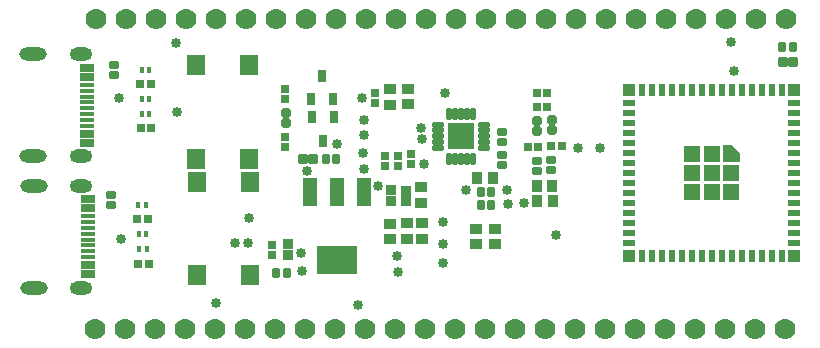
<source format=gbr>
%TF.GenerationSoftware,Altium Limited,Altium Designer,24.1.2 (44)*%
G04 Layer_Color=8388736*
%FSLAX45Y45*%
%MOMM*%
%TF.SameCoordinates,B732CBCC-E828-4C79-96F4-07D60C07BBD8*%
%TF.FilePolarity,Negative*%
%TF.FileFunction,Soldermask,Top*%
%TF.Part,Single*%
G01*
G75*
%TA.AperFunction,SMDPad,CuDef*%
%ADD36R,0.30480X0.55880*%
%ADD48R,2.20320X2.20320*%
G04:AMPARAMS|DCode=49|XSize=1.0432mm|YSize=0.4732mm|CornerRadius=0.13535mm|HoleSize=0mm|Usage=FLASHONLY|Rotation=0.000|XOffset=0mm|YOffset=0mm|HoleType=Round|Shape=RoundedRectangle|*
%AMROUNDEDRECTD49*
21,1,1.04320,0.20250,0,0,0.0*
21,1,0.77250,0.47320,0,0,0.0*
1,1,0.27070,0.38625,-0.10125*
1,1,0.27070,-0.38625,-0.10125*
1,1,0.27070,-0.38625,0.10125*
1,1,0.27070,0.38625,0.10125*
%
%ADD49ROUNDEDRECTD49*%
G04:AMPARAMS|DCode=50|XSize=1.0432mm|YSize=0.4732mm|CornerRadius=0.13535mm|HoleSize=0mm|Usage=FLASHONLY|Rotation=90.000|XOffset=0mm|YOffset=0mm|HoleType=Round|Shape=RoundedRectangle|*
%AMROUNDEDRECTD50*
21,1,1.04320,0.20250,0,0,90.0*
21,1,0.77250,0.47320,0,0,90.0*
1,1,0.27070,0.10125,0.38625*
1,1,0.27070,0.10125,-0.38625*
1,1,0.27070,-0.10125,-0.38625*
1,1,0.27070,-0.10125,0.38625*
%
%ADD50ROUNDEDRECTD50*%
%ADD51R,3.45320X2.35320*%
%ADD52R,1.15320X2.35320*%
G04:AMPARAMS|DCode=53|XSize=0.8432mm|YSize=0.9232mm|CornerRadius=0.1816mm|HoleSize=0mm|Usage=FLASHONLY|Rotation=90.000|XOffset=0mm|YOffset=0mm|HoleType=Round|Shape=RoundedRectangle|*
%AMROUNDEDRECTD53*
21,1,0.84320,0.56000,0,0,90.0*
21,1,0.48000,0.92320,0,0,90.0*
1,1,0.36320,0.28000,0.24000*
1,1,0.36320,0.28000,-0.24000*
1,1,0.36320,-0.28000,-0.24000*
1,1,0.36320,-0.28000,0.24000*
%
%ADD53ROUNDEDRECTD53*%
%TA.AperFunction,ConnectorPad*%
%ADD54R,0.60320X1.00320*%
%TA.AperFunction,BGAPad,CuDef*%
%ADD55R,1.40320X1.40320*%
%TA.AperFunction,ConnectorPad*%
%ADD56R,1.00320X0.60320*%
%TA.AperFunction,SMDPad,CuDef*%
%ADD57R,1.00320X1.00320*%
%ADD58R,1.49860X1.75260*%
G04:AMPARAMS|DCode=59|XSize=0.7432mm|YSize=0.8032mm|CornerRadius=0.1691mm|HoleSize=0mm|Usage=FLASHONLY|Rotation=180.000|XOffset=0mm|YOffset=0mm|HoleType=Round|Shape=RoundedRectangle|*
%AMROUNDEDRECTD59*
21,1,0.74320,0.46500,0,0,180.0*
21,1,0.40500,0.80320,0,0,180.0*
1,1,0.33820,-0.20250,0.23250*
1,1,0.33820,0.20250,0.23250*
1,1,0.33820,0.20250,-0.23250*
1,1,0.33820,-0.20250,-0.23250*
%
%ADD59ROUNDEDRECTD59*%
%ADD60R,0.80320X0.74320*%
%ADD61R,1.10320X0.90320*%
G04:AMPARAMS|DCode=62|XSize=0.7432mm|YSize=0.8032mm|CornerRadius=0.1691mm|HoleSize=0mm|Usage=FLASHONLY|Rotation=270.000|XOffset=0mm|YOffset=0mm|HoleType=Round|Shape=RoundedRectangle|*
%AMROUNDEDRECTD62*
21,1,0.74320,0.46500,0,0,270.0*
21,1,0.40500,0.80320,0,0,270.0*
1,1,0.33820,-0.23250,-0.20250*
1,1,0.33820,-0.23250,0.20250*
1,1,0.33820,0.23250,0.20250*
1,1,0.33820,0.23250,-0.20250*
%
%ADD62ROUNDEDRECTD62*%
%ADD63R,0.80320X1.00320*%
%ADD64R,0.90320X1.10320*%
%ADD65R,0.74320X0.80320*%
G04:AMPARAMS|DCode=66|XSize=0.7932mm|YSize=0.8132mm|CornerRadius=0.14585mm|HoleSize=0mm|Usage=FLASHONLY|Rotation=90.000|XOffset=0mm|YOffset=0mm|HoleType=Round|Shape=RoundedRectangle|*
%AMROUNDEDRECTD66*
21,1,0.79320,0.52150,0,0,90.0*
21,1,0.50150,0.81320,0,0,90.0*
1,1,0.29170,0.26075,0.25075*
1,1,0.29170,0.26075,-0.25075*
1,1,0.29170,-0.26075,-0.25075*
1,1,0.29170,-0.26075,0.25075*
%
%ADD66ROUNDEDRECTD66*%
G04:AMPARAMS|DCode=67|XSize=0.8432mm|YSize=0.9232mm|CornerRadius=0.1816mm|HoleSize=0mm|Usage=FLASHONLY|Rotation=0.000|XOffset=0mm|YOffset=0mm|HoleType=Round|Shape=RoundedRectangle|*
%AMROUNDEDRECTD67*
21,1,0.84320,0.56000,0,0,0.0*
21,1,0.48000,0.92320,0,0,0.0*
1,1,0.36320,0.24000,-0.28000*
1,1,0.36320,-0.24000,-0.28000*
1,1,0.36320,-0.24000,0.28000*
1,1,0.36320,0.24000,0.28000*
%
%ADD67ROUNDEDRECTD67*%
G04:AMPARAMS|DCode=68|XSize=0.8032mm|YSize=0.8732mm|CornerRadius=0.1766mm|HoleSize=0mm|Usage=FLASHONLY|Rotation=270.000|XOffset=0mm|YOffset=0mm|HoleType=Round|Shape=RoundedRectangle|*
%AMROUNDEDRECTD68*
21,1,0.80320,0.52000,0,0,270.0*
21,1,0.45000,0.87320,0,0,270.0*
1,1,0.35320,-0.26000,-0.22500*
1,1,0.35320,-0.26000,0.22500*
1,1,0.35320,0.26000,0.22500*
1,1,0.35320,0.26000,-0.22500*
%
%ADD68ROUNDEDRECTD68*%
G04:AMPARAMS|DCode=69|XSize=0.844mm|YSize=0.924mm|CornerRadius=0.182mm|HoleSize=0mm|Usage=FLASHONLY|Rotation=90.000|XOffset=0mm|YOffset=0mm|HoleType=Round|Shape=RoundedRectangle|*
%AMROUNDEDRECTD69*
21,1,0.84400,0.56000,0,0,90.0*
21,1,0.48000,0.92400,0,0,90.0*
1,1,0.36400,0.28000,0.24000*
1,1,0.36400,0.28000,-0.24000*
1,1,0.36400,-0.28000,-0.24000*
1,1,0.36400,-0.28000,0.24000*
%
%ADD69ROUNDEDRECTD69*%
%TA.AperFunction,ConnectorPad*%
%ADD70R,1.27700X0.71700*%
%ADD71R,1.27700X0.42500*%
%TA.AperFunction,ComponentPad*%
%ADD72C,1.77800*%
%ADD73O,2.32700X1.12700*%
%ADD74O,1.92700X1.12700*%
%TA.AperFunction,ViaPad*%
%ADD75C,0.85320*%
G36*
X6022500Y1575000D02*
Y1715000D01*
X6097500D01*
X6162500Y1650000D01*
Y1575000D01*
X6022500D01*
D02*
G37*
D36*
X1139250Y965000D02*
D03*
X1075750D02*
D03*
X1099000Y1982500D02*
D03*
X1162500D02*
D03*
X1099000Y2110000D02*
D03*
X1162500D02*
D03*
X1164250Y2352500D02*
D03*
X1141750Y835000D02*
D03*
X1134250Y1212500D02*
D03*
X1078250Y835000D02*
D03*
X1100750Y2352500D02*
D03*
X1070750Y1212500D02*
D03*
D48*
X3802500Y1790000D02*
D03*
D49*
X3996000Y1890000D02*
D03*
Y1840000D02*
D03*
Y1790000D02*
D03*
Y1740000D02*
D03*
Y1690000D02*
D03*
X3609000D02*
D03*
Y1740000D02*
D03*
Y1790000D02*
D03*
Y1840000D02*
D03*
Y1890000D02*
D03*
D50*
X3702500Y1983500D02*
D03*
X3752500D02*
D03*
X3802500D02*
D03*
X3852500D02*
D03*
X3902500D02*
D03*
Y1596500D02*
D03*
X3852500D02*
D03*
X3802500D02*
D03*
X3752500D02*
D03*
X3702500D02*
D03*
D51*
X2752500Y742500D02*
D03*
D52*
X2522500Y1322500D02*
D03*
X2752500D02*
D03*
X2982500D02*
D03*
D53*
X2337500Y789700D02*
D03*
Y877500D02*
D03*
D54*
X6352500Y2180000D02*
D03*
X6522500Y780000D02*
D03*
X6437500D02*
D03*
X6352500D02*
D03*
X6267500D02*
D03*
X6182500D02*
D03*
X6097500D02*
D03*
X6012500D02*
D03*
X5927500D02*
D03*
X5842500D02*
D03*
X5757500D02*
D03*
X5672500D02*
D03*
X5587500D02*
D03*
X5502500D02*
D03*
X5417500D02*
D03*
X5332500D02*
D03*
Y2180000D02*
D03*
X5417500D02*
D03*
X5502500D02*
D03*
X5587500D02*
D03*
X5672500D02*
D03*
X5757500D02*
D03*
X5842500D02*
D03*
X5927500D02*
D03*
X6012500D02*
D03*
X6097500D02*
D03*
X6182500D02*
D03*
X6267500D02*
D03*
X6437500D02*
D03*
X6522500D02*
D03*
D55*
X5927500Y1645000D02*
D03*
X5762500D02*
D03*
Y1480000D02*
D03*
Y1315000D02*
D03*
X5927500D02*
D03*
X6092500D02*
D03*
Y1480000D02*
D03*
X5927500D02*
D03*
D56*
X6627500Y2075000D02*
D03*
Y1990000D02*
D03*
Y1905000D02*
D03*
Y1820000D02*
D03*
Y1735000D02*
D03*
Y1650000D02*
D03*
Y1565000D02*
D03*
Y1480000D02*
D03*
Y1395000D02*
D03*
Y1310000D02*
D03*
Y1225000D02*
D03*
Y1140000D02*
D03*
Y1055000D02*
D03*
Y970000D02*
D03*
Y885000D02*
D03*
X5227500D02*
D03*
Y970000D02*
D03*
Y1055000D02*
D03*
Y1140000D02*
D03*
Y1225000D02*
D03*
Y1310000D02*
D03*
Y1395000D02*
D03*
Y1480000D02*
D03*
Y1565000D02*
D03*
Y1650000D02*
D03*
Y1735000D02*
D03*
Y1820000D02*
D03*
Y1905000D02*
D03*
Y1990000D02*
D03*
Y2075000D02*
D03*
D57*
Y780000D02*
D03*
X6627500D02*
D03*
X5227500Y2180000D02*
D03*
X6627500D02*
D03*
D58*
X2015000Y612500D02*
D03*
X1565000D02*
D03*
Y1407500D02*
D03*
X2015000D02*
D03*
X1557500Y2395000D02*
D03*
Y1600000D02*
D03*
X2007500Y2395000D02*
D03*
Y1600000D02*
D03*
D59*
X2328200Y635000D02*
D03*
X2241800D02*
D03*
X4057500Y1210000D02*
D03*
X3971100D02*
D03*
X4055700Y1320000D02*
D03*
X3969300D02*
D03*
X2659300Y1602500D02*
D03*
X2745700D02*
D03*
X6525000Y2550000D02*
D03*
X6611400D02*
D03*
D60*
X2205000Y784300D02*
D03*
Y870700D02*
D03*
X2310000Y1696800D02*
D03*
Y1783200D02*
D03*
X3382500Y1639112D02*
D03*
Y1552712D02*
D03*
X3072500Y2074300D02*
D03*
Y2160700D02*
D03*
X2310000Y2108600D02*
D03*
Y2195000D02*
D03*
X3157500Y1623900D02*
D03*
Y1537500D02*
D03*
X3272500Y1628200D02*
D03*
Y1541800D02*
D03*
D61*
X3357500Y2065000D02*
D03*
Y2195000D02*
D03*
X3477500Y1055000D02*
D03*
Y925000D02*
D03*
X3205000Y922500D02*
D03*
Y1052500D02*
D03*
X3342500Y1055000D02*
D03*
Y925000D02*
D03*
X3462500Y1360000D02*
D03*
Y1230000D02*
D03*
X3935000Y877500D02*
D03*
Y1007500D02*
D03*
X4095000Y1010000D02*
D03*
Y880000D02*
D03*
X3205000Y2187500D02*
D03*
Y2057500D02*
D03*
D62*
X4150000Y1635700D02*
D03*
Y1549300D02*
D03*
X4447500Y1583900D02*
D03*
Y1497500D02*
D03*
X4570000Y1588200D02*
D03*
Y1501800D02*
D03*
X4152500Y1739300D02*
D03*
Y1825700D02*
D03*
X867500Y2311800D02*
D03*
Y2398200D02*
D03*
X837500Y1295000D02*
D03*
Y1208600D02*
D03*
D63*
X2637500Y1754000D02*
D03*
X2732500Y1956000D02*
D03*
X2542500D02*
D03*
X2625000Y2304500D02*
D03*
X2530000Y2102500D02*
D03*
X2720000D02*
D03*
D64*
X4447500Y1372500D02*
D03*
X4577500D02*
D03*
X4450000Y1240000D02*
D03*
X4580000D02*
D03*
X3942500Y1437500D02*
D03*
X4072500D02*
D03*
D65*
X4570000Y1707500D02*
D03*
X4656000D02*
D03*
X4367500Y1702500D02*
D03*
X4453500D02*
D03*
X4533200Y2035000D02*
D03*
X4446800D02*
D03*
X4533200Y2157500D02*
D03*
X4446800D02*
D03*
X1175700Y2232500D02*
D03*
X1089300D02*
D03*
X1096800Y1857500D02*
D03*
X1183200D02*
D03*
X1158200Y707500D02*
D03*
X1150700Y1087500D02*
D03*
X1071800Y707500D02*
D03*
X1064300Y1087500D02*
D03*
D66*
X4447500Y1921500D02*
D03*
Y1838500D02*
D03*
X4572500Y1930000D02*
D03*
Y1847000D02*
D03*
D67*
X2466100Y1600000D02*
D03*
X2553900D02*
D03*
X6526100Y2422500D02*
D03*
X6613900D02*
D03*
D68*
X2320000Y1987400D02*
D03*
Y1900000D02*
D03*
D69*
X3335000Y1331400D02*
D03*
Y1243600D02*
D03*
X3207500Y1246100D02*
D03*
Y1333900D02*
D03*
D70*
X640000Y2372500D02*
D03*
Y1732500D02*
D03*
Y1812500D02*
D03*
Y2292500D02*
D03*
X645000Y1262000D02*
D03*
Y622000D02*
D03*
Y702000D02*
D03*
Y1182000D02*
D03*
D71*
X640000Y2227500D02*
D03*
Y1877500D02*
D03*
Y1927500D02*
D03*
Y2177500D02*
D03*
Y2127500D02*
D03*
Y1977500D02*
D03*
Y2027500D02*
D03*
Y2077500D02*
D03*
X645000Y967000D02*
D03*
Y1117000D02*
D03*
Y767000D02*
D03*
Y817000D02*
D03*
Y1067000D02*
D03*
Y1017000D02*
D03*
Y867000D02*
D03*
Y917000D02*
D03*
D72*
X714500Y2785000D02*
D03*
X968500D02*
D03*
X1222500D02*
D03*
X1476500D02*
D03*
X1730500D02*
D03*
X1984500D02*
D03*
X2238500D02*
D03*
X2492500D02*
D03*
X2746500D02*
D03*
X3000500D02*
D03*
X3254500D02*
D03*
X3508500D02*
D03*
X3762500D02*
D03*
X4016500D02*
D03*
X4270500D02*
D03*
X4524500D02*
D03*
X4778500D02*
D03*
X5032500D02*
D03*
X5286500D02*
D03*
X5540500D02*
D03*
X5794500D02*
D03*
X6048500D02*
D03*
X6302500D02*
D03*
X6556500D02*
D03*
X706500Y157500D02*
D03*
X960500D02*
D03*
X1214500D02*
D03*
X1468500D02*
D03*
X1722500D02*
D03*
X1976500D02*
D03*
X2230500D02*
D03*
X2484500D02*
D03*
X2738500D02*
D03*
X2992500D02*
D03*
X3246500D02*
D03*
X3500500D02*
D03*
X3754500D02*
D03*
X4008500D02*
D03*
X4262500D02*
D03*
X4516500D02*
D03*
X4770500D02*
D03*
X5024500D02*
D03*
X5278500D02*
D03*
X5532500D02*
D03*
X5786500D02*
D03*
X6040500D02*
D03*
X6294500D02*
D03*
X6548500D02*
D03*
D73*
X182500Y2484500D02*
D03*
Y1620500D02*
D03*
X187500Y1374000D02*
D03*
Y510000D02*
D03*
D74*
X582500Y2484500D02*
D03*
Y1620500D02*
D03*
X587500Y1374000D02*
D03*
Y510000D02*
D03*
D75*
X3655000Y1065000D02*
D03*
X6115000Y2340002D02*
D03*
X2452500Y802500D02*
D03*
X2457500Y650000D02*
D03*
X4336890Y1224980D02*
D03*
X4200000Y1215000D02*
D03*
X2980000Y1515000D02*
D03*
X2975000Y1650000D02*
D03*
X2752500Y1725000D02*
D03*
X1400000Y1997500D02*
D03*
X3667644Y2153800D02*
D03*
X6086586Y2587809D02*
D03*
X2496400Y1499522D02*
D03*
X3462500Y1865000D02*
D03*
X4610000Y952500D02*
D03*
X4984080Y1688420D02*
D03*
X4797500Y1695000D02*
D03*
X2967500Y2115000D02*
D03*
X2982500Y1805000D02*
D03*
X2980000Y1927500D02*
D03*
X3473455Y1768909D02*
D03*
X3487500Y1555000D02*
D03*
X3845000Y1335000D02*
D03*
X3272500Y645000D02*
D03*
X1887500Y890000D02*
D03*
X2012500Y1097500D02*
D03*
X3260000Y777500D02*
D03*
X3650000Y720000D02*
D03*
X3652500Y877500D02*
D03*
X2930000Y362000D02*
D03*
X1727500Y380000D02*
D03*
X3102155Y1372142D02*
D03*
X2003685Y891185D02*
D03*
X1394923Y2580000D02*
D03*
X4190000Y1335000D02*
D03*
X927500Y917500D02*
D03*
X905000Y2117500D02*
D03*
%TF.MD5,75ad058675d287aa61dd2da0bf733101*%
M02*

</source>
